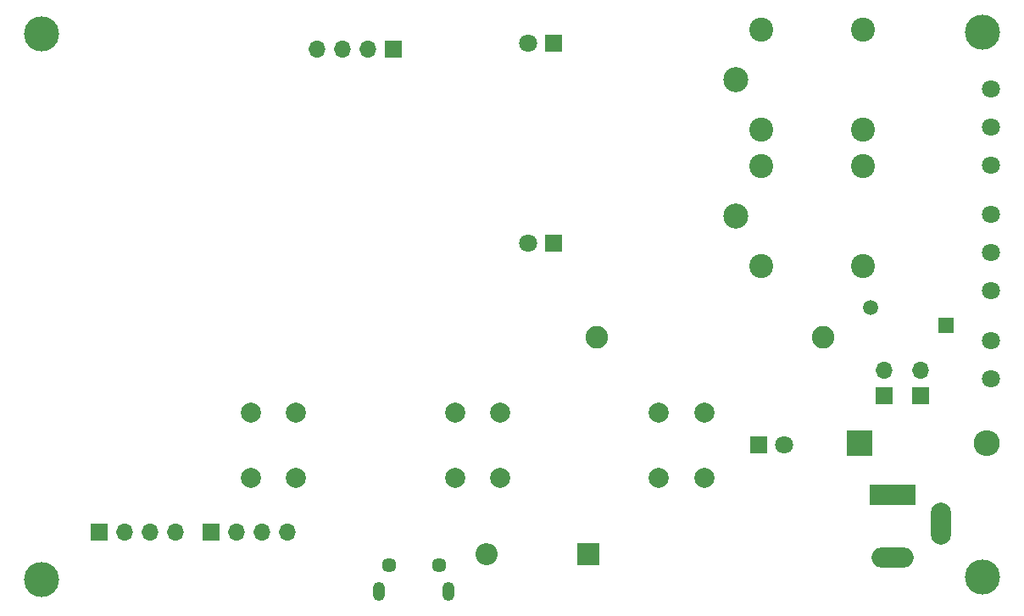
<source format=gbr>
%TF.GenerationSoftware,KiCad,Pcbnew,7.0.2*%
%TF.CreationDate,2024-06-27T10:52:01-03:00*%
%TF.ProjectId,Irrigation_IoT,49727269-6761-4746-996f-6e5f496f542e,rev?*%
%TF.SameCoordinates,Original*%
%TF.FileFunction,Soldermask,Bot*%
%TF.FilePolarity,Negative*%
%FSLAX46Y46*%
G04 Gerber Fmt 4.6, Leading zero omitted, Abs format (unit mm)*
G04 Created by KiCad (PCBNEW 7.0.2) date 2024-06-27 10:52:01*
%MOMM*%
%LPD*%
G01*
G04 APERTURE LIST*
%ADD10C,2.250000*%
%ADD11R,1.700000X1.700000*%
%ADD12O,1.700000X1.700000*%
%ADD13C,2.000000*%
%ADD14C,1.800000*%
%ADD15R,1.800000X1.800000*%
%ADD16C,3.500000*%
%ADD17O,1.200000X1.900000*%
%ADD18C,1.450000*%
%ADD19R,2.600000X2.600000*%
%ADD20O,2.600000X2.600000*%
%ADD21C,2.400000*%
%ADD22C,2.500000*%
%ADD23R,4.600000X2.000000*%
%ADD24O,4.200000X2.000000*%
%ADD25O,2.000000X4.200000*%
%ADD26R,1.500000X1.500000*%
%ADD27C,1.500000*%
%ADD28R,2.200000X2.200000*%
%ADD29O,2.200000X2.200000*%
G04 APERTURE END LIST*
D10*
%TO.C,F1*%
X151900000Y-73930000D03*
X129300000Y-73930000D03*
%TD*%
D11*
%TO.C,J6*%
X108910000Y-45125000D03*
D12*
X106370000Y-45125000D03*
X103830000Y-45125000D03*
X101290000Y-45125000D03*
%TD*%
D13*
%TO.C,BT3*%
X135470000Y-88020000D03*
X135470000Y-81520000D03*
X139970000Y-88020000D03*
X139970000Y-81520000D03*
%TD*%
D14*
%TO.C,J3*%
X168610000Y-56790000D03*
X168610000Y-52980000D03*
X168610000Y-49170000D03*
%TD*%
D15*
%TO.C,LED1*%
X145455000Y-84660000D03*
D14*
X147995000Y-84660000D03*
%TD*%
D16*
%TO.C,REF\u002A\u002A*%
X73840000Y-98140000D03*
%TD*%
D17*
%TO.C,J2*%
X107480000Y-99387500D03*
D18*
X108480000Y-96687500D03*
X113480000Y-96687500D03*
D17*
X114480000Y-99387500D03*
%TD*%
D16*
%TO.C,REF\u002A\u002A*%
X167770000Y-97950000D03*
%TD*%
D11*
%TO.C,J9*%
X157980000Y-79765000D03*
D12*
X157980000Y-77225000D03*
%TD*%
D14*
%TO.C,J8*%
X168635000Y-78105000D03*
X168635000Y-74295000D03*
%TD*%
D16*
%TO.C,REF\u002A\u002A*%
X167770000Y-43470000D03*
%TD*%
D19*
%TO.C,D2*%
X155500000Y-84560000D03*
D20*
X168200000Y-84560000D03*
%TD*%
D21*
%TO.C,K4*%
X145660000Y-66830000D03*
D22*
X143160000Y-61830000D03*
D21*
X155860000Y-66830000D03*
X155860000Y-56830000D03*
X145660000Y-56830000D03*
%TD*%
D13*
%TO.C,BT1*%
X94740000Y-88020000D03*
X94740000Y-81520000D03*
X99240000Y-88020000D03*
X99240000Y-81520000D03*
%TD*%
D14*
%TO.C,LED2*%
X122435000Y-44570000D03*
D15*
X124975000Y-44570000D03*
%TD*%
D16*
%TO.C,REF\u002A\u002A*%
X73840000Y-43660000D03*
%TD*%
D15*
%TO.C,LED3*%
X124975000Y-64580000D03*
D14*
X122435000Y-64580000D03*
%TD*%
D23*
%TO.C,J1*%
X158800000Y-89660000D03*
D24*
X158800000Y-95960000D03*
D25*
X163600000Y-92560000D03*
%TD*%
D14*
%TO.C,J7*%
X168610000Y-69260000D03*
X168610000Y-65450000D03*
X168610000Y-61640000D03*
%TD*%
D26*
%TO.C,RV1*%
X164140000Y-72770000D03*
D27*
X156640000Y-70970000D03*
%TD*%
D21*
%TO.C,K3*%
X145660000Y-53201200D03*
D22*
X143160000Y-48201200D03*
D21*
X155860000Y-53201200D03*
X155860000Y-43201200D03*
X145660000Y-43201200D03*
%TD*%
D11*
%TO.C,J4*%
X90770000Y-93390000D03*
D12*
X93310000Y-93390000D03*
X95850000Y-93390000D03*
X98390000Y-93390000D03*
%TD*%
D11*
%TO.C,J10*%
X161590000Y-79765000D03*
D12*
X161590000Y-77225000D03*
%TD*%
D11*
%TO.C,J5*%
X79530000Y-93390000D03*
D12*
X82070000Y-93390000D03*
X84610000Y-93390000D03*
X87150000Y-93390000D03*
%TD*%
D28*
%TO.C,D3*%
X128440000Y-95630000D03*
D29*
X118280000Y-95630000D03*
%TD*%
D13*
%TO.C,BT2*%
X115105000Y-88020000D03*
X115105000Y-81520000D03*
X119605000Y-88020000D03*
X119605000Y-81520000D03*
%TD*%
M02*

</source>
